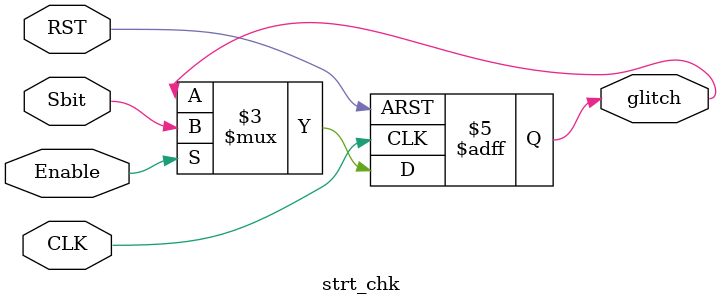
<source format=v>
module strt_chk
(
input   wire    CLK,
input   wire    RST,
input   wire    Enable,
input   wire    Sbit,
output  reg     glitch
);

always @(posedge CLK or negedge RST)
  begin
    if(!RST)
     begin
        glitch <= 1'b0 ;
     end
    else if(Enable)
     begin
        glitch <= Sbit ;
     end
  end

endmodule
</source>
